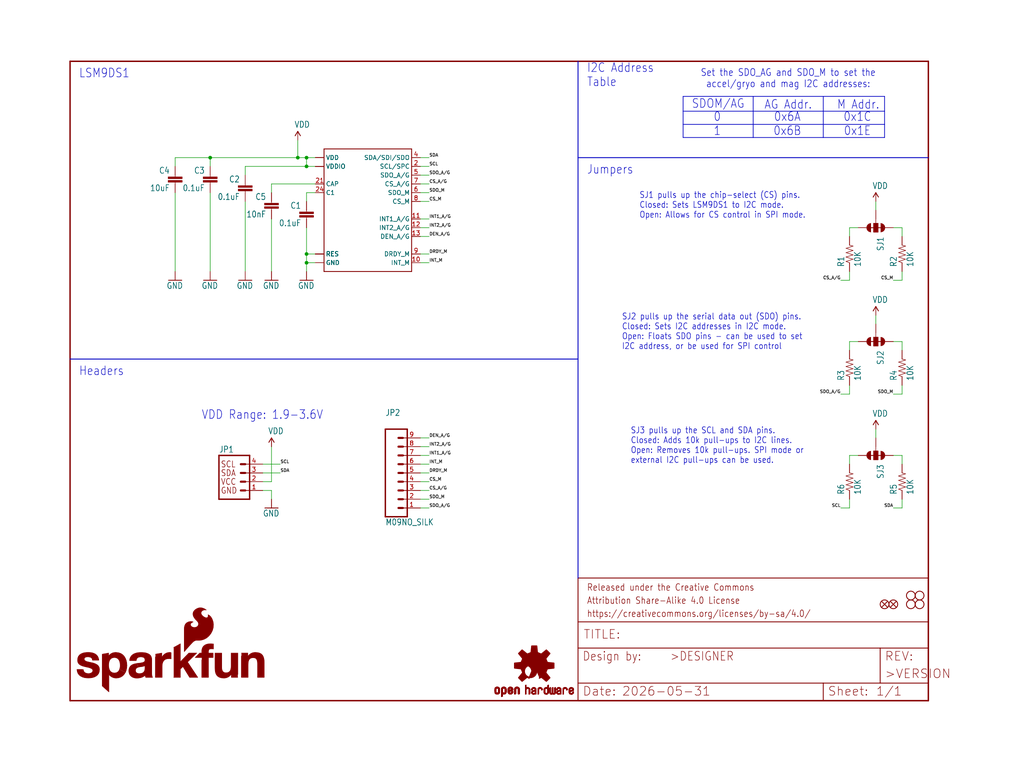
<source format=kicad_sch>
(kicad_sch (version 20230121) (generator eeschema)
  (paper "User" 297.002 223.926)
  (lib_symbols
    (symbol "SparkFun-LSM9DS1-Breakout_v10-eagle-import:0.1UF-25V(+80/-20%)(0603)"
      (property "Reference" "C" (at 1.524 2.921 0))
      (symbol "0.1UF-25V(+80/-20%)(0603)_1_0"
        (pin passive line (at 0 5.08 270) (length 2.54) (name "1") (number "1"))
        (pin passive line (at 0 -2.54 90) (length 2.54) (name "2") (number "2"))
      )
    )
    (symbol "SparkFun-LSM9DS1-Breakout_v10-eagle-import:10KOHM-1/10W-1%(0603)0603"
      (property "Reference" "R" (at -3.81 1.4986 0))
      (symbol "10KOHM-1/10W-1%(0603)0603_1_0"
        (pin passive line (at -5.08 0 0) (length 2.54) (name "1") (number "1"))
        (pin passive line (at 5.08 0 180) (length 2.54) (name "2") (number "2"))
      )
    )
    (symbol "SparkFun-LSM9DS1-Breakout_v10-eagle-import:10NF/10000PF-50V-10%(0603)"
      (property "Reference" "C" (at 1.524 2.921 0))
      (symbol "10NF/10000PF-50V-10%(0603)_1_0"
        (pin passive line (at 0 5.08 270) (length 2.54) (name "1") (number "1"))
        (pin passive line (at 0 -2.54 90) (length 2.54) (name "2") (number "2"))
      )
    )
    (symbol "SparkFun-LSM9DS1-Breakout_v10-eagle-import:10UF-6.3V-20%(0603)"
      (property "Reference" "C" (at 1.524 2.921 0))
      (symbol "10UF-6.3V-20%(0603)_1_0"
        (pin passive line (at 0 5.08 270) (length 2.54) (name "1") (number "1"))
        (pin passive line (at 0 -2.54 90) (length 2.54) (name "2") (number "2"))
      )
    )
    (symbol "SparkFun-LSM9DS1-Breakout_v10-eagle-import:FIDUCIAL1X2")
    (symbol "SparkFun-LSM9DS1-Breakout_v10-eagle-import:FRAME-LETTER"
      (symbol "FRAME-LETTER_2_0"
        (text "${#}/${##}" (at 86.36 1.27 0) (effects (font (size 2.54 2.54)) (justify left bottom)))
        (text "${CURRENT_DATE}" (at 12.7 1.27 0) (effects (font (size 2.54 2.54)) (justify left bottom)))
        (text "${PROJECTNAME}" (at 15.494 17.78 0) (effects (font (size 2.7432 2.7432)) (justify left bottom)))
        (text ">DESIGNER" (at 26.67 11.43 0) (effects (font (size 2.54 2.159)) (justify left bottom)))
        (text ">VERSION" (at 88.9 6.35 0) (effects (font (size 2.54 2.54)) (justify left bottom)))
        (text "Attribution Share-Alike 4.0 License" (at 2.54 27.94 0) (effects (font (size 1.9304 1.6408)) (justify left bottom)))
        (text "Date:" (at 1.27 1.27 0) (effects (font (size 2.54 2.54)) (justify left bottom)))
        (text "Design by:" (at 1.27 11.43 0) (effects (font (size 2.54 2.159)) (justify left bottom)))
        (text "https://creativecommons.org/licenses/by-sa/4.0/" (at 2.54 24.13 0) (effects (font (size 1.9304 1.6408)) (justify left bottom)))
        (text "Released under the Creative Commons" (at 2.54 31.75 0) (effects (font (size 1.9304 1.6408)) (justify left bottom)))
        (text "REV:" (at 88.9 11.43 0) (effects (font (size 2.54 2.54)) (justify left bottom)))
        (text "Sheet:" (at 72.39 1.27 0) (effects (font (size 2.54 2.54)) (justify left bottom)))
        (text "TITLE:" (at 1.524 17.78 0) (effects (font (size 2.54 2.54)) (justify left bottom)))
      )
    )
    (symbol "SparkFun-LSM9DS1-Breakout_v10-eagle-import:GND" (power)
      (property "Value" "GND" (at -2.54 -2.54 0))
      (symbol "GND_1_0"
        (pin power_in line (at 0 2.54 270) (length 2.54) (name "GND") (number "1"))
      )
    )
    (symbol "SparkFun-LSM9DS1-Breakout_v10-eagle-import:I2C_STANDARD_NO_SILK"
      (property "Reference" "JP" (at -2.54 13.462 0))
      (symbol "I2C_STANDARD_NO_SILK_1_0"
        (text "GND" (at -2.032 2.54 0) (effects (font (size 1.778 1.5113)) (justify left)))
        (text "SCL" (at -2.032 10.16 0) (effects (font (size 1.778 1.5113)) (justify left)))
        (text "SDA" (at -2.032 7.62 0) (effects (font (size 1.778 1.5113)) (justify left)))
        (text "VCC" (at -2.032 5.08 0) (effects (font (size 1.778 1.5113)) (justify left)))
        (pin passive line (at 10.16 2.54 180) (length 5.08) (name "1") (number "1"))
        (pin passive line (at 10.16 5.08 180) (length 5.08) (name "2") (number "2"))
        (pin passive line (at 10.16 7.62 180) (length 5.08) (name "3") (number "3"))
        (pin passive line (at 10.16 10.16 180) (length 5.08) (name "4") (number "4"))
      )
    )
    (symbol "SparkFun-LSM9DS1-Breakout_v10-eagle-import:JUMPER-PAD-3-NC_BY_TRACE"
      (property "Reference" "SJ" (at 2.54 0.381 0))
      (symbol "JUMPER-PAD-3-NC_BY_TRACE_1_0"
        (pin passive line (at 0 5.08 270) (length 2.54) (name "1") (number "1"))
        (pin passive line (at -5.08 0 0) (length 2.54) (name "2") (number "2"))
        (pin passive line (at 0 -5.08 90) (length 2.54) (name "3") (number "3"))
      )
    )
    (symbol "SparkFun-LSM9DS1-Breakout_v10-eagle-import:LSM9DS1"
      (symbol "LSM9DS1_1_0"
        (pin bidirectional line (at -15.24 12.7 0) (length 2.54) (name "VDDIO") (number "1"))
        (pin bidirectional line (at 15.24 -15.24 180) (length 2.54) (name "INT_M") (number "10"))
        (pin bidirectional line (at 15.24 -2.54 180) (length 2.54) (name "INT1_A/G") (number "11"))
        (pin bidirectional line (at 15.24 -5.08 180) (length 2.54) (name "INT2_A/G") (number "12"))
        (pin bidirectional line (at 15.24 -7.62 180) (length 2.54) (name "DEN_A/G") (number "13"))
        (pin bidirectional line (at -15.24 -12.7 0) (length 2.54) (name "RES") (number "14"))
        (pin bidirectional line (at -15.24 -12.7 0) (length 2.54) (name "RES") (number "15"))
        (pin bidirectional line (at -15.24 -12.7 0) (length 2.54) (name "RES") (number "16"))
        (pin bidirectional line (at -15.24 -12.7 0) (length 2.54) (name "RES") (number "17"))
        (pin bidirectional line (at -15.24 -12.7 0) (length 2.54) (name "RES") (number "18"))
        (pin bidirectional line (at -15.24 -15.24 0) (length 2.54) (name "GND") (number "19"))
        (pin bidirectional line (at 15.24 12.7 180) (length 2.54) (name "SCL/SPC") (number "2"))
        (pin bidirectional line (at -15.24 -15.24 0) (length 2.54) (name "GND") (number "20"))
        (pin bidirectional line (at -15.24 7.62 0) (length 2.54) (name "CAP") (number "21"))
        (pin bidirectional line (at -15.24 15.24 0) (length 2.54) (name "VDD") (number "22"))
        (pin bidirectional line (at -15.24 15.24 0) (length 2.54) (name "VDD") (number "23"))
        (pin bidirectional line (at -15.24 5.08 0) (length 2.54) (name "C1") (number "24"))
        (pin bidirectional line (at -15.24 12.7 0) (length 2.54) (name "VDDIO") (number "3"))
        (pin bidirectional line (at 15.24 15.24 180) (length 2.54) (name "SDA/SDI/SDO") (number "4"))
        (pin bidirectional line (at 15.24 10.16 180) (length 2.54) (name "SDO_A/G") (number "5"))
        (pin bidirectional line (at 15.24 5.08 180) (length 2.54) (name "SDO_M") (number "6"))
        (pin bidirectional line (at 15.24 7.62 180) (length 2.54) (name "CS_A/G") (number "7"))
        (pin bidirectional line (at 15.24 2.54 180) (length 2.54) (name "CS_M") (number "8"))
        (pin bidirectional line (at 15.24 -12.7 180) (length 2.54) (name "DRDY_M") (number "9"))
      )
    )
    (symbol "SparkFun-LSM9DS1-Breakout_v10-eagle-import:M09NO_SILK"
      (property "Reference" "JP" (at 0 16.51 0))
      (symbol "M09NO_SILK_1_0"
        (pin passive line (at 10.16 -10.16 180) (length 5.08) (name "1") (number "1"))
        (pin passive line (at 10.16 -7.62 180) (length 5.08) (name "2") (number "2"))
        (pin passive line (at 10.16 -5.08 180) (length 5.08) (name "3") (number "3"))
        (pin passive line (at 10.16 -2.54 180) (length 5.08) (name "4") (number "4"))
        (pin passive line (at 10.16 0 180) (length 5.08) (name "5") (number "5"))
        (pin passive line (at 10.16 2.54 180) (length 5.08) (name "6") (number "6"))
        (pin passive line (at 10.16 5.08 180) (length 5.08) (name "7") (number "7"))
        (pin passive line (at 10.16 7.62 180) (length 5.08) (name "8") (number "8"))
        (pin passive line (at 10.16 10.16 180) (length 5.08) (name "9") (number "9"))
      )
    )
    (symbol "SparkFun-LSM9DS1-Breakout_v10-eagle-import:OSHW-LOGOS")
    (symbol "SparkFun-LSM9DS1-Breakout_v10-eagle-import:SFE_LOGO_FLAME.2_INCH")
    (symbol "SparkFun-LSM9DS1-Breakout_v10-eagle-import:SFE_LOGO_NAME.1_INCH")
    (symbol "SparkFun-LSM9DS1-Breakout_v10-eagle-import:STAND-OFF")
    (symbol "SparkFun-LSM9DS1-Breakout_v10-eagle-import:VDD" (power)
      (property "Value" "VDD" (at -1.016 3.556 0))
      (symbol "VDD_1_0"
        (pin power_in line (at 0 0 90) (length 2.54) (name "VDD") (number "1"))
      )
    )
  )
  (junction (at 88.9 73.66))
  (junction (at 88.9 48.26))
  (junction (at 86.36 45.72))
  (junction (at 88.9 76.2))
  (junction (at 88.9 45.72))
  (junction (at 60.96 45.72))
  (wire (pts (xy 246.38 81.28) (xy 243.84 81.28)) (stroke (width 0.1524)))
  (wire (pts (xy 121.92 134.62) (xy 124.46 134.62)) (stroke (width 0.1524)))
  (polyline (pts (xy 198.12 36.068) (xy 256.54 36.068)) (stroke (width 0.2032) (type solid)))
  (wire (pts (xy 121.92 142.24) (xy 124.46 142.24)) (stroke (width 0.1524)))
  (wire (pts (xy 121.92 147.32) (xy 124.46 147.32)) (stroke (width 0.1524)))
  (wire (pts (xy 261.62 111.76) (xy 261.62 114.3)) (stroke (width 0.1524)))
  (wire (pts (xy 121.92 45.72) (xy 124.46 45.72)) (stroke (width 0.1524)))
  (wire (pts (xy 121.92 55.88) (xy 124.46 55.88)) (stroke (width 0.1524)))
  (polyline (pts (xy 238.76 27.94) (xy 238.76 39.878)) (stroke (width 0.2032) (type solid)))
  (wire (pts (xy 121.92 129.54) (xy 124.46 129.54)) (stroke (width 0.1524)))
  (polyline (pts (xy 256.54 32.258) (xy 256.54 36.068)) (stroke (width 0.2032) (type solid)))
  (polyline (pts (xy 167.64 167.64) (xy 167.64 104.14)) (stroke (width 0.254) (type solid)))
  (polyline (pts (xy 218.44 27.94) (xy 218.44 39.878)) (stroke (width 0.2032) (type solid)))
  (polyline (pts (xy 238.76 27.94) (xy 256.54 27.94)) (stroke (width 0.2032) (type solid)))
  (wire (pts (xy 259.08 99.06) (xy 261.62 99.06)) (stroke (width 0.1524)))
  (wire (pts (xy 86.36 45.72) (xy 88.9 45.72)) (stroke (width 0.1524)))
  (wire (pts (xy 121.92 66.04) (xy 124.46 66.04)) (stroke (width 0.1524)))
  (wire (pts (xy 78.74 55.88) (xy 78.74 53.34)) (stroke (width 0.1524)))
  (wire (pts (xy 88.9 55.88) (xy 91.44 55.88)) (stroke (width 0.1524)))
  (wire (pts (xy 261.62 147.32) (xy 259.08 147.32)) (stroke (width 0.1524)))
  (wire (pts (xy 78.74 53.34) (xy 91.44 53.34)) (stroke (width 0.1524)))
  (wire (pts (xy 261.62 66.04) (xy 261.62 68.58)) (stroke (width 0.1524)))
  (wire (pts (xy 121.92 76.2) (xy 124.46 76.2)) (stroke (width 0.1524)))
  (wire (pts (xy 259.08 66.04) (xy 261.62 66.04)) (stroke (width 0.1524)))
  (wire (pts (xy 246.38 68.58) (xy 246.38 66.04)) (stroke (width 0.1524)))
  (wire (pts (xy 71.12 50.8) (xy 71.12 48.26)) (stroke (width 0.1524)))
  (polyline (pts (xy 167.64 104.14) (xy 167.64 45.72)) (stroke (width 0.254) (type solid)))
  (wire (pts (xy 261.62 99.06) (xy 261.62 101.6)) (stroke (width 0.1524)))
  (wire (pts (xy 246.38 147.32) (xy 243.84 147.32)) (stroke (width 0.1524)))
  (wire (pts (xy 60.96 48.26) (xy 60.96 45.72)) (stroke (width 0.1524)))
  (polyline (pts (xy 269.24 45.72) (xy 167.64 45.72)) (stroke (width 0.254) (type solid)))
  (wire (pts (xy 76.2 137.16) (xy 81.28 137.16)) (stroke (width 0.1524)))
  (wire (pts (xy 261.62 144.78) (xy 261.62 147.32)) (stroke (width 0.1524)))
  (wire (pts (xy 71.12 78.74) (xy 71.12 58.42)) (stroke (width 0.1524)))
  (wire (pts (xy 78.74 142.24) (xy 78.74 144.78)) (stroke (width 0.1524)))
  (wire (pts (xy 121.92 139.7) (xy 124.46 139.7)) (stroke (width 0.1524)))
  (wire (pts (xy 124.46 48.26) (xy 121.92 48.26)) (stroke (width 0.1524)))
  (wire (pts (xy 261.62 78.74) (xy 261.62 81.28)) (stroke (width 0.1524)))
  (wire (pts (xy 91.44 73.66) (xy 88.9 73.66)) (stroke (width 0.1524)))
  (wire (pts (xy 246.38 144.78) (xy 246.38 147.32)) (stroke (width 0.1524)))
  (wire (pts (xy 50.8 45.72) (xy 60.96 45.72)) (stroke (width 0.1524)))
  (wire (pts (xy 88.9 58.42) (xy 88.9 55.88)) (stroke (width 0.1524)))
  (wire (pts (xy 121.92 53.34) (xy 124.46 53.34)) (stroke (width 0.1524)))
  (wire (pts (xy 121.92 144.78) (xy 124.46 144.78)) (stroke (width 0.1524)))
  (polyline (pts (xy 238.76 39.878) (xy 218.44 39.878)) (stroke (width 0.2032) (type solid)))
  (wire (pts (xy 254 127) (xy 254 124.46)) (stroke (width 0.1524)))
  (wire (pts (xy 121.92 50.8) (xy 124.46 50.8)) (stroke (width 0.1524)))
  (wire (pts (xy 121.92 73.66) (xy 124.46 73.66)) (stroke (width 0.1524)))
  (wire (pts (xy 246.38 78.74) (xy 246.38 81.28)) (stroke (width 0.1524)))
  (wire (pts (xy 76.2 134.62) (xy 81.28 134.62)) (stroke (width 0.1524)))
  (polyline (pts (xy 256.54 36.068) (xy 256.54 39.878)) (stroke (width 0.2032) (type solid)))
  (wire (pts (xy 121.92 63.5) (xy 124.46 63.5)) (stroke (width 0.1524)))
  (polyline (pts (xy 256.54 39.878) (xy 238.76 39.878)) (stroke (width 0.2032) (type solid)))
  (wire (pts (xy 60.96 78.74) (xy 60.96 55.88)) (stroke (width 0.1524)))
  (wire (pts (xy 91.44 76.2) (xy 88.9 76.2)) (stroke (width 0.1524)))
  (wire (pts (xy 60.96 45.72) (xy 86.36 45.72)) (stroke (width 0.1524)))
  (wire (pts (xy 259.08 132.08) (xy 261.62 132.08)) (stroke (width 0.1524)))
  (wire (pts (xy 261.62 81.28) (xy 259.08 81.28)) (stroke (width 0.1524)))
  (wire (pts (xy 121.92 132.08) (xy 124.46 132.08)) (stroke (width 0.1524)))
  (wire (pts (xy 86.36 45.72) (xy 86.36 40.64)) (stroke (width 0.1524)))
  (wire (pts (xy 50.8 48.26) (xy 50.8 45.72)) (stroke (width 0.1524)))
  (wire (pts (xy 76.2 139.7) (xy 78.74 139.7)) (stroke (width 0.1524)))
  (wire (pts (xy 254 58.42) (xy 254 60.96)) (stroke (width 0.1524)))
  (wire (pts (xy 88.9 66.04) (xy 88.9 73.66)) (stroke (width 0.1524)))
  (wire (pts (xy 246.38 114.3) (xy 243.84 114.3)) (stroke (width 0.1524)))
  (wire (pts (xy 121.92 127) (xy 124.46 127)) (stroke (width 0.1524)))
  (wire (pts (xy 71.12 48.26) (xy 88.9 48.26)) (stroke (width 0.1524)))
  (wire (pts (xy 246.38 111.76) (xy 246.38 114.3)) (stroke (width 0.1524)))
  (polyline (pts (xy 198.12 36.068) (xy 198.12 32.258)) (stroke (width 0.2032) (type solid)))
  (polyline (pts (xy 167.64 45.72) (xy 167.64 17.78)) (stroke (width 0.254) (type solid)))
  (wire (pts (xy 88.9 45.72) (xy 91.44 45.72)) (stroke (width 0.1524)))
  (wire (pts (xy 88.9 48.26) (xy 88.9 45.72)) (stroke (width 0.1524)))
  (wire (pts (xy 121.92 137.16) (xy 124.46 137.16)) (stroke (width 0.1524)))
  (wire (pts (xy 246.38 99.06) (xy 248.92 99.06)) (stroke (width 0.1524)))
  (wire (pts (xy 88.9 73.66) (xy 88.9 76.2)) (stroke (width 0.1524)))
  (wire (pts (xy 78.74 139.7) (xy 78.74 129.54)) (stroke (width 0.1524)))
  (polyline (pts (xy 218.44 27.94) (xy 238.76 27.94)) (stroke (width 0.2032) (type solid)))
  (wire (pts (xy 88.9 48.26) (xy 91.44 48.26)) (stroke (width 0.1524)))
  (polyline (pts (xy 256.54 27.94) (xy 256.54 32.258)) (stroke (width 0.2032) (type solid)))
  (polyline (pts (xy 198.12 32.258) (xy 198.12 27.94)) (stroke (width 0.2032) (type solid)))
  (polyline (pts (xy 198.12 27.94) (xy 218.44 27.94)) (stroke (width 0.2032) (type solid)))
  (polyline (pts (xy 198.12 39.878) (xy 198.12 36.068)) (stroke (width 0.2032) (type solid)))
  (polyline (pts (xy 198.12 32.258) (xy 256.54 32.258)) (stroke (width 0.2032) (type solid)))
  (wire (pts (xy 246.38 66.04) (xy 248.92 66.04)) (stroke (width 0.1524)))
  (wire (pts (xy 50.8 78.74) (xy 50.8 55.88)) (stroke (width 0.1524)))
  (wire (pts (xy 121.92 68.58) (xy 124.46 68.58)) (stroke (width 0.1524)))
  (wire (pts (xy 261.62 114.3) (xy 259.08 114.3)) (stroke (width 0.1524)))
  (polyline (pts (xy 218.44 39.878) (xy 198.12 39.878)) (stroke (width 0.2032) (type solid)))
  (polyline (pts (xy 167.64 104.14) (xy 20.32 104.14)) (stroke (width 0.254) (type solid)))
  (wire (pts (xy 261.62 132.08) (xy 261.62 134.62)) (stroke (width 0.1524)))
  (wire (pts (xy 248.92 132.08) (xy 246.38 132.08)) (stroke (width 0.1524)))
  (wire (pts (xy 246.38 132.08) (xy 246.38 134.62)) (stroke (width 0.1524)))
  (wire (pts (xy 254 91.44) (xy 254 93.98)) (stroke (width 0.1524)))
  (wire (pts (xy 78.74 78.74) (xy 78.74 63.5)) (stroke (width 0.1524)))
  (wire (pts (xy 88.9 76.2) (xy 88.9 78.74)) (stroke (width 0.1524)))
  (wire (pts (xy 121.92 58.42) (xy 124.46 58.42)) (stroke (width 0.1524)))
  (wire (pts (xy 76.2 142.24) (xy 78.74 142.24)) (stroke (width 0.1524)))
  (wire (pts (xy 246.38 101.6) (xy 246.38 99.06)) (stroke (width 0.1524)))
  (text "Set the SDO_AG and SDO_M to set the\naccel/gryo and mag I2C addresses:" (at 228.6 22.86 0) (effects (font (size 2.032 1.7272))))
  (text "SJ1 pulls up the chip-select (CS) pins.\nClosed: Sets LSM9DS1 to I2C mode.\nOpen: Allows for CS control in SPI mode." (at 185.42 63.5 0) (effects (font (size 1.778 1.5113)) (justify left bottom)))
  (text "SDOM/AG" (at 208.28 30.226 0) (effects (font (size 2.54 2.159))))
  (text "0x1C\n0x1E" (at 248.666 36.068 0) (effects (font (size 2.54 2.159))))
  (text "SJ2 pulls up the serial data out (SDO) pins.\nClosed: Sets I2C addresses in I2C mode.\nOpen: Floats SDO pins - can be used to set\nI2C address, or be used for SPI control" (at 180.34 101.6 0) (effects (font (size 1.778 1.5113)) (justify left bottom)))
  (text "0x6A\n0x6B" (at 228.346 36.068 0) (effects (font (size 2.54 2.159))))
  (text "Jumpers" (at 170.18 50.8 0) (effects (font (size 2.54 2.159)) (justify left bottom)))
  (text "Headers" (at 22.86 109.22 0) (effects (font (size 2.54 2.159)) (justify left bottom)))
  (text "0\n1" (at 208.026 36.068 0) (effects (font (size 2.54 2.159))))
  (text "AG Addr." (at 228.6 30.48 0) (effects (font (size 2.54 2.159))))
  (text "SJ3 pulls up the SCL and SDA pins.\nClosed: Adds 10k pull-ups to I2C lines.\nOpen: Removes 10k pull-ups. SPI mode or\nexternal I2C pull-ups can be used." (at 182.88 134.62 0) (effects (font (size 1.778 1.5113)) (justify left bottom)))
  (text "LSM9DS1" (at 22.86 22.86 0) (effects (font (size 2.54 2.159)) (justify left bottom)))
  (text "I2C Address\nTable" (at 170.18 25.4 0) (effects (font (size 2.54 2.159)) (justify left bottom)))
  (text "VDD Range: 1.9-3.6V" (at 58.42 121.92 0) (effects (font (size 2.54 2.159)) (justify left bottom)))
  (text "M Addr." (at 248.92 30.48 0) (effects (font (size 2.54 2.159))))
  (label "CS_A/G" (at 243.84 81.28 180) (effects (font (size 0.889 0.889))))
  (label "SDO_M" (at 124.46 144.78 0) (effects (font (size 0.889 0.889))))
  (label "SCL" (at 243.84 147.32 180) (effects (font (size 0.889 0.889))))
  (label "INT_M" (at 124.46 134.62 0) (effects (font (size 0.889 0.889))))
  (label "INT2_A/G" (at 124.46 129.54 0) (effects (font (size 0.889 0.889))))
  (label "DRDY_M" (at 124.46 73.66 0) (effects (font (size 0.889 0.889))))
  (label "SDA" (at 124.46 45.72 0) (effects (font (size 0.889 0.889))))
  (label "DEN_A/G" (at 124.46 68.58 0) (effects (font (size 0.889 0.889))))
  (label "SDA" (at 81.28 137.16 0) (effects (font (size 0.889 0.889))))
  (label "CS_A/G" (at 124.46 142.24 0) (effects (font (size 0.889 0.889))))
  (label "SDO_M" (at 259.08 114.3 180) (effects (font (size 0.889 0.889))))
  (label "SDA" (at 259.08 147.32 180) (effects (font (size 0.889 0.889))))
  (label "CS_M" (at 124.46 58.42 0) (effects (font (size 0.889 0.889))))
  (label "INT1_A/G" (at 124.46 132.08 0) (effects (font (size 0.889 0.889))))
  (label "SDO_M" (at 124.46 55.88 0) (effects (font (size 0.889 0.889))))
  (label "CS_M" (at 124.46 139.7 0) (effects (font (size 0.889 0.889))))
  (label "CS_M" (at 259.08 81.28 180) (effects (font (size 0.889 0.889))))
  (label "INT1_A/G" (at 124.46 63.5 0) (effects (font (size 0.889 0.889))))
  (label "SCL" (at 81.28 134.62 0) (effects (font (size 0.889 0.889))))
  (label "INT2_A/G" (at 124.46 66.04 0) (effects (font (size 0.889 0.889))))
  (label "SCL" (at 124.46 48.26 0) (effects (font (size 0.889 0.889))))
  (label "SDO_A/G" (at 124.46 50.8 0) (effects (font (size 0.889 0.889))))
  (label "DEN_A/G" (at 124.46 127 0) (effects (font (size 0.889 0.889))))
  (label "CS_A/G" (at 124.46 53.34 0) (effects (font (size 0.889 0.889))))
  (label "SDO_A/G" (at 243.84 114.3 180) (effects (font (size 0.889 0.889))))
  (label "INT_M" (at 124.46 76.2 0) (effects (font (size 0.889 0.889))))
  (label "SDO_A/G" (at 124.46 147.32 0) (effects (font (size 0.889 0.889))))
  (label "DRDY_M" (at 124.46 137.16 0) (effects (font (size 0.889 0.889))))
  (symbol (lib_id "SparkFun-LSM9DS1-Breakout_v10-eagle-import:10NF/10000PF-50V-10%(0603)") (at 78.74 60.96 0) (mirror y) (unit 1)
    (property "Reference" "C5" (at 77.216 58.039 0) (effects (font (size 1.778 1.5113)) (justify left bottom)))
    (property "Value" "10nF" (at 77.216 63.119 0) (effects (font (size 1.778 1.5113)) (justify left bottom)))
    (property "Footprint" "Capacitor_SMD:C_0603_1608Metric" (effects hide))
  )
  (symbol (lib_id "SparkFun-LSM9DS1-Breakout_v10-eagle-import:VDD") (at 254 58.42 0) (unit 1)
    (property "Reference" "#SUPPLY02" (effects hide))
    (property "Value" "VDD" (at 252.984 54.864 0) (effects (font (size 1.778 1.5113)) (justify left bottom)))
  )
  (symbol (lib_id "SparkFun-LSM9DS1-Breakout_v10-eagle-import:10UF-6.3V-20%(0603)") (at 50.8 53.34 0) (mirror y) (unit 1)
    (property "Reference" "C4" (at 49.276 50.419 0) (effects (font (size 1.778 1.5113)) (justify left bottom)))
    (property "Value" "10uF" (at 49.276 55.499 0) (effects (font (size 1.778 1.5113)) (justify left bottom)))
    (property "Footprint" "Capacitor_SMD:C_0603_1608Metric" (effects hide))
  )
  (symbol (lib_id "SparkFun-LSM9DS1-Breakout_v10-eagle-import:10KOHM-1/10W-1%(0603)0603") (at 261.62 106.68 90) (unit 1)
    (property "Reference" "R4" (at 260.1214 110.49 0) (effects (font (size 1.778 1.5113)) (justify left bottom)))
    (property "Value" "10K" (at 264.922 110.49 0) (effects (font (size 1.778 1.5113)) (justify left bottom)))
    (property "Footprint" "Resistor_SMD:R_0603_1608Metric" (effects hide))
  )
  (symbol (lib_id "SparkFun-LSM9DS1-Breakout_v10-eagle-import:VDD") (at 254 124.46 0) (unit 1)
    (property "Reference" "#SUPPLY04" (effects hide))
    (property "Value" "VDD" (at 252.984 120.904 0) (effects (font (size 1.778 1.5113)) (justify left bottom)))
  )
  (symbol (lib_id "SparkFun-LSM9DS1-Breakout_v10-eagle-import:10KOHM-1/10W-1%(0603)0603") (at 246.38 139.7 90) (unit 1)
    (property "Reference" "R6" (at 244.8814 143.51 0) (effects (font (size 1.778 1.5113)) (justify left bottom)))
    (property "Value" "10K" (at 249.682 143.51 0) (effects (font (size 1.778 1.5113)) (justify left bottom)))
    (property "Footprint" "Resistor_SMD:R_0603_1608Metric" (effects hide))
  )
  (symbol (lib_id "SparkFun-LSM9DS1-Breakout_v10-eagle-import:LSM9DS1") (at 106.68 60.96 0) (unit 1)
    (property "Reference" "U1" (effects hide))
    (property "Value" "LSM9DS1" (effects hide))
    (property "Footprint" "SparkFun-LSM9DS1-Breakout_v10:LGA24-8X4" (effects hide))
  )
  (symbol (lib_id "SparkFun-LSM9DS1-Breakout_v10-eagle-import:0.1UF-25V(+80/-20%)(0603)") (at 88.9 63.5 0) (mirror y) (unit 1)
    (property "Reference" "C1" (at 87.376 60.579 0) (effects (font (size 1.778 1.5113)) (justify left bottom)))
    (property "Value" "0.1uF" (at 87.376 65.659 0) (effects (font (size 1.778 1.5113)) (justify left bottom)))
    (property "Footprint" "Capacitor_SMD:C_0603_1608Metric" (effects hide))
  )
  (symbol (lib_id "SparkFun-LSM9DS1-Breakout_v10-eagle-import:10KOHM-1/10W-1%(0603)0603") (at 246.38 73.66 90) (unit 1)
    (property "Reference" "R1" (at 244.8814 77.47 0) (effects (font (size 1.778 1.5113)) (justify left bottom)))
    (property "Value" "10K" (at 249.682 77.47 0) (effects (font (size 1.778 1.5113)) (justify left bottom)))
    (property "Footprint" "Resistor_SMD:R_0603_1608Metric" (effects hide))
  )
  (symbol (lib_id "SparkFun-LSM9DS1-Breakout_v10-eagle-import:GND") (at 50.8 81.28 0) (unit 1)
    (property "Reference" "#GND05" (effects hide))
    (property "Value" "GND" (at 48.26 83.82 0) (effects (font (size 1.778 1.5113)) (justify left bottom)))
  )
  (symbol (lib_id "SparkFun-LSM9DS1-Breakout_v10-eagle-import:FRAME-LETTER") (at 167.64 203.2 0) (unit 2)
    (property "Reference" "FRAME1" (effects hide))
    (property "Value" "FRAME-LETTER" (effects hide))
    (property "Footprint" "SparkFun-LSM9DS1-Breakout_v10:CREATIVE_COMMONS" (effects hide))
    (property "DESIGNER" "Jim Lindblom" (effects hide))
    (property "VERSION" "v10" (effects hide))
  )
  (symbol (lib_id "SparkFun-LSM9DS1-Breakout_v10-eagle-import:GND") (at 60.96 81.28 0) (unit 1)
    (property "Reference" "#GND04" (effects hide))
    (property "Value" "GND" (at 58.42 83.82 0) (effects (font (size 1.778 1.5113)) (justify left bottom)))
  )
  (symbol (lib_id "SparkFun-LSM9DS1-Breakout_v10-eagle-import:10KOHM-1/10W-1%(0603)0603") (at 261.62 73.66 90) (unit 1)
    (property "Reference" "R2" (at 260.1214 77.47 0) (effects (font (size 1.778 1.5113)) (justify left bottom)))
    (property "Value" "10K" (at 264.922 77.47 0) (effects (font (size 1.778 1.5113)) (justify left bottom)))
    (property "Footprint" "Resistor_SMD:R_0603_1608Metric" (effects hide))
  )
  (symbol (lib_id "SparkFun-LSM9DS1-Breakout_v10-eagle-import:JUMPER-PAD-3-NC_BY_TRACE") (at 254 132.08 270) (unit 1)
    (property "Reference" "SJ3" (at 254.381 134.62 0) (effects (font (size 1.778 1.5113)) (justify left bottom)))
    (property "Value" "JUMPER-PAD-3-NC_BY_TRACE" (effects hide))
    (property "Footprint" "SparkFun-LSM9DS1-Breakout_v10:PAD-JUMPER-3-3OF3_NC_BY_TRACE_YES_SILK_FULL_BOX" (effects hide))
  )
  (symbol (lib_id "SparkFun-LSM9DS1-Breakout_v10-eagle-import:STAND-OFF") (at 264.16 175.26 0) (unit 1)
    (property "Reference" "STANDOFF3" (effects hide))
    (property "Value" "STAND-OFF" (effects hide))
    (property "Footprint" "SparkFun-LSM9DS1-Breakout_v10:STAND-OFF" (effects hide))
  )
  (symbol (lib_id "SparkFun-LSM9DS1-Breakout_v10-eagle-import:STAND-OFF") (at 266.7 172.72 0) (unit 1)
    (property "Reference" "STANDOFF1" (effects hide))
    (property "Value" "STAND-OFF" (effects hide))
    (property "Footprint" "SparkFun-LSM9DS1-Breakout_v10:STAND-OFF" (effects hide))
  )
  (symbol (lib_id "SparkFun-LSM9DS1-Breakout_v10-eagle-import:0.1UF-25V(+80/-20%)(0603)") (at 71.12 55.88 0) (mirror y) (unit 1)
    (property "Reference" "C2" (at 69.596 52.959 0) (effects (font (size 1.778 1.5113)) (justify left bottom)))
    (property "Value" "0.1uF" (at 69.596 58.039 0) (effects (font (size 1.778 1.5113)) (justify left bottom)))
    (property "Footprint" "Capacitor_SMD:C_0603_1608Metric" (effects hide))
  )
  (symbol (lib_id "SparkFun-LSM9DS1-Breakout_v10-eagle-import:SFE_LOGO_NAME.1_INCH") (at 20.32 200.66 0) (unit 1)
    (property "Reference" "LOGO1" (effects hide))
    (property "Value" "SFE_LOGO_NAME.1_INCH" (effects hide))
    (property "Footprint" "SparkFun-LSM9DS1-Breakout_v10:SFE_LOGO_NAME_.1" (effects hide))
  )
  (symbol (lib_id "SparkFun-LSM9DS1-Breakout_v10-eagle-import:OSHW-LOGOS") (at 154.94 193.04 0) (unit 1)
    (property "Reference" "LOGO3" (effects hide))
    (property "Value" "OSHW-LOGOS" (effects hide))
    (property "Footprint" "SparkFun-LSM9DS1-Breakout_v10:OSHW-LOGO-S" (effects hide))
  )
  (symbol (lib_id "SparkFun-LSM9DS1-Breakout_v10-eagle-import:STAND-OFF") (at 266.7 175.26 0) (unit 1)
    (property "Reference" "STANDOFF4" (effects hide))
    (property "Value" "STAND-OFF" (effects hide))
    (property "Footprint" "SparkFun-LSM9DS1-Breakout_v10:STAND-OFF" (effects hide))
  )
  (symbol (lib_id "SparkFun-LSM9DS1-Breakout_v10-eagle-import:FIDUCIAL1X2") (at 259.08 175.26 0) (unit 1)
    (property "Reference" "FID1" (effects hide))
    (property "Value" "FIDUCIAL1X2" (effects hide))
    (property "Footprint" "SparkFun-LSM9DS1-Breakout_v10:FIDUCIAL-1X2" (effects hide))
  )
  (symbol (lib_id "SparkFun-LSM9DS1-Breakout_v10-eagle-import:0.1UF-25V(+80/-20%)(0603)") (at 60.96 53.34 0) (mirror y) (unit 1)
    (property "Reference" "C3" (at 59.436 50.419 0) (effects (font (size 1.778 1.5113)) (justify left bottom)))
    (property "Value" "0.1uF" (at 59.436 55.499 0) (effects (font (size 1.778 1.5113)) (justify left bottom)))
    (property "Footprint" "Capacitor_SMD:C_0603_1608Metric" (effects hide))
  )
  (symbol (lib_id "SparkFun-LSM9DS1-Breakout_v10-eagle-import:SFE_LOGO_FLAME.2_INCH") (at 53.086 189.484 0) (unit 1)
    (property "Reference" "LOGO2" (effects hide))
    (property "Value" "SFE_LOGO_FLAME.2_INCH" (effects hide))
    (property "Footprint" "SparkFun-LSM9DS1-Breakout_v10:SFE_LOGO_FLAME_.2" (effects hide))
  )
  (symbol (lib_id "SparkFun-LSM9DS1-Breakout_v10-eagle-import:GND") (at 78.74 147.32 0) (unit 1)
    (property "Reference" "#GND06" (effects hide))
    (property "Value" "GND" (at 76.2 149.86 0) (effects (font (size 1.778 1.5113)) (justify left bottom)))
  )
  (symbol (lib_id "SparkFun-LSM9DS1-Breakout_v10-eagle-import:I2C_STANDARD_NO_SILK") (at 66.04 144.78 0) (unit 1)
    (property "Reference" "JP1" (at 63.5 131.318 0) (effects (font (size 1.778 1.5113)) (justify left bottom)))
    (property "Value" "I2C_STANDARD_NO_SILK" (effects hide))
    (property "Footprint" "SparkFun-LSM9DS1-Breakout_v10:1X04_NO_SILK" (effects hide))
  )
  (symbol (lib_id "SparkFun-LSM9DS1-Breakout_v10-eagle-import:GND") (at 71.12 81.28 0) (unit 1)
    (property "Reference" "#GND03" (effects hide))
    (property "Value" "GND" (at 68.58 83.82 0) (effects (font (size 1.778 1.5113)) (justify left bottom)))
  )
  (symbol (lib_id "SparkFun-LSM9DS1-Breakout_v10-eagle-import:FRAME-LETTER") (at 20.32 203.2 0) (unit 1)
    (property "Reference" "FRAME1" (effects hide))
    (property "Value" "FRAME-LETTER" (effects hide))
    (property "Footprint" "SparkFun-LSM9DS1-Breakout_v10:CREATIVE_COMMONS" (effects hide))
    (property "DESIGNER" "Jim Lindblom" (effects hide))
    (property "VERSION" "v10" (effects hide))
  )
  (symbol (lib_id "SparkFun-LSM9DS1-Breakout_v10-eagle-import:VDD") (at 254 91.44 0) (unit 1)
    (property "Reference" "#SUPPLY03" (effects hide))
    (property "Value" "VDD" (at 252.984 87.884 0) (effects (font (size 1.778 1.5113)) (justify left bottom)))
  )
  (symbol (lib_id "SparkFun-LSM9DS1-Breakout_v10-eagle-import:FIDUCIAL1X2") (at 256.54 175.26 0) (unit 1)
    (property "Reference" "FID2" (effects hide))
    (property "Value" "FIDUCIAL1X2" (effects hide))
    (property "Footprint" "SparkFun-LSM9DS1-Breakout_v10:FIDUCIAL-1X2" (effects hide))
  )
  (symbol (lib_id "SparkFun-LSM9DS1-Breakout_v10-eagle-import:STAND-OFF") (at 264.16 172.72 0) (unit 1)
    (property "Reference" "STANDOFF2" (effects hide))
    (property "Value" "STAND-OFF" (effects hide))
    (property "Footprint" "SparkFun-LSM9DS1-Breakout_v10:STAND-OFF" (effects hide))
  )
  (symbol (lib_id "SparkFun-LSM9DS1-Breakout_v10-eagle-import:GND") (at 78.74 81.28 0) (unit 1)
    (property "Reference" "#GND02" (effects hide))
    (property "Value" "GND" (at 76.2 83.82 0) (effects (font (size 1.778 1.5113)) (justify left bottom)))
  )
  (symbol (lib_id "SparkFun-LSM9DS1-Breakout_v10-eagle-import:GND") (at 88.9 81.28 0) (unit 1)
    (property "Reference" "#GND01" (effects hide))
    (property "Value" "GND" (at 86.36 83.82 0) (effects (font (size 1.778 1.5113)) (justify left bottom)))
  )
  (symbol (lib_id "SparkFun-LSM9DS1-Breakout_v10-eagle-import:VDD") (at 86.36 40.64 0) (unit 1)
    (property "Reference" "#SUPPLY01" (effects hide))
    (property "Value" "VDD" (at 85.344 37.084 0) (effects (font (size 1.778 1.5113)) (justify left bottom)))
  )
  (symbol (lib_id "SparkFun-LSM9DS1-Breakout_v10-eagle-import:VDD") (at 78.74 129.54 0) (unit 1)
    (property "Reference" "#SUPPLY05" (effects hide))
    (property "Value" "VDD" (at 77.724 125.984 0) (effects (font (size 1.778 1.5113)) (justify left bottom)))
  )
  (symbol (lib_id "SparkFun-LSM9DS1-Breakout_v10-eagle-import:JUMPER-PAD-3-NC_BY_TRACE") (at 254 99.06 270) (unit 1)
    (property "Reference" "SJ2" (at 254.381 101.6 0) (effects (font (size 1.778 1.5113)) (justify left bottom)))
    (property "Value" "JUMPER-PAD-3-NC_BY_TRACE" (effects hide))
    (property "Footprint" "SparkFun-LSM9DS1-Breakout_v10:PAD-JUMPER-3-3OF3_NC_BY_TRACE_YES_SILK_FULL_BOX" (effects hide))
  )
  (symbol (lib_id "SparkFun-LSM9DS1-Breakout_v10-eagle-import:M09NO_SILK") (at 111.76 137.16 0) (unit 1)
    (property "Reference" "JP2" (at 111.76 120.65 0) (effects (font (size 1.778 1.5113)) (justify left bottom)))
    (property "Value" "M09NO_SILK" (at 111.76 152.4 0) (effects (font (size 1.778 1.5113)) (justify left bottom)))
    (property "Footprint" "SparkFun-LSM9DS1-Breakout_v10:1X09_NO_SILK" (effects hide))
  )
  (symbol (lib_id "SparkFun-LSM9DS1-Breakout_v10-eagle-import:10KOHM-1/10W-1%(0603)0603") (at 246.38 106.68 90) (unit 1)
    (property "Reference" "R3" (at 244.8814 110.49 0) (effects (font (size 1.778 1.5113)) (justify left bottom)))
    (property "Value" "10K" (at 249.682 110.49 0) (effects (font (size 1.778 1.5113)) (justify left bottom)))
    (property "Footprint" "Resistor_SMD:R_0603_1608Metric" (effects hide))
  )
  (symbol (lib_id "SparkFun-LSM9DS1-Breakout_v10-eagle-import:10KOHM-1/10W-1%(0603)0603") (at 261.62 139.7 90) (unit 1)
    (property "Reference" "R5" (at 260.1214 143.51 0) (effects (font (size 1.778 1.5113)) (justify left bottom)))
    (property "Value" "10K" (at 264.922 143.51 0) (effects (font (size 1.778 1.5113)) (justify left bottom)))
    (property "Footprint" "Resistor_SMD:R_0603_1608Metric" (effects hide))
  )
  (symbol (lib_id "SparkFun-LSM9DS1-Breakout_v10-eagle-import:JUMPER-PAD-3-NC_BY_TRACE") (at 254 66.04 270) (unit 1)
    (property "Reference" "SJ1" (at 254.381 68.58 0) (effects (font (size 1.778 1.5113)) (justify left bottom)))
    (property "Value" "JUMPER-PAD-3-NC_BY_TRACE" (effects hide))
    (property "Footprint" "SparkFun-LSM9DS1-Breakout_v10:PAD-JUMPER-3-3OF3_NC_BY_TRACE_YES_SILK_FULL_BOX" (effects hide))
  )
)
</source>
